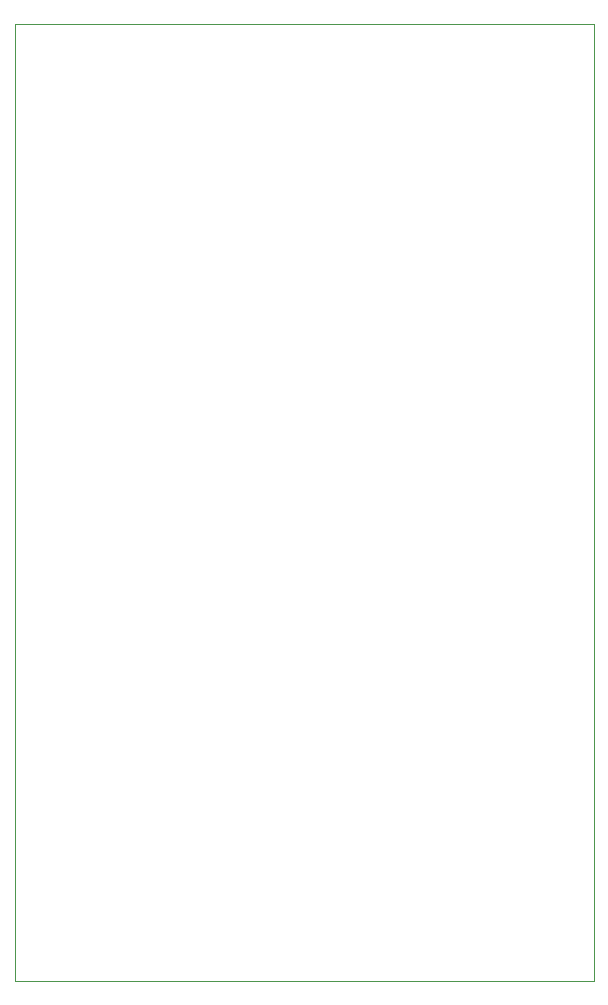
<source format=gbr>
%TF.GenerationSoftware,KiCad,Pcbnew,(5.1.10)-1*%
%TF.CreationDate,2021-06-25T14:15:48-05:00*%
%TF.ProjectId,ESPRelay,45535052-656c-4617-992e-6b696361645f,rev?*%
%TF.SameCoordinates,Original*%
%TF.FileFunction,Profile,NP*%
%FSLAX46Y46*%
G04 Gerber Fmt 4.6, Leading zero omitted, Abs format (unit mm)*
G04 Created by KiCad (PCBNEW (5.1.10)-1) date 2021-06-25 14:15:48*
%MOMM*%
%LPD*%
G01*
G04 APERTURE LIST*
%TA.AperFunction,Profile*%
%ADD10C,0.050000*%
%TD*%
G04 APERTURE END LIST*
D10*
X83000000Y-59000000D02*
X132000000Y-59000000D01*
X83000000Y-140000000D02*
X83000000Y-59000000D01*
X132000000Y-140000000D02*
X83000000Y-140000000D01*
X132000000Y-59000000D02*
X132000000Y-140000000D01*
M02*

</source>
